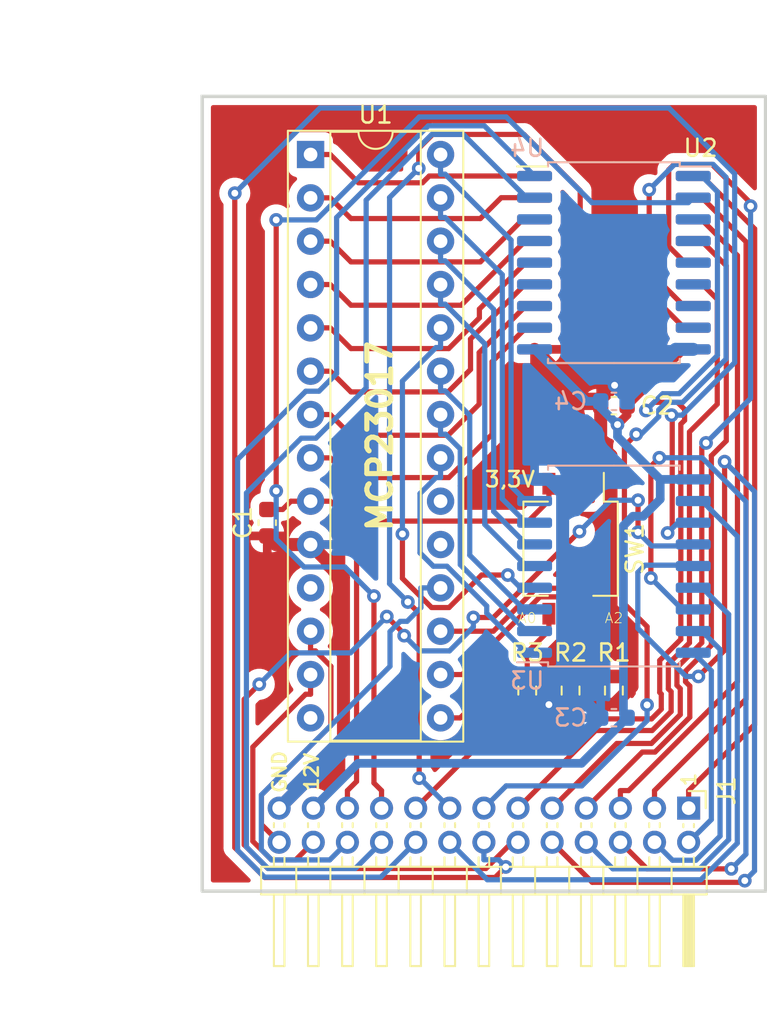
<source format=kicad_pcb>
(kicad_pcb (version 20211014) (generator pcbnew)
  (layers (0 "F.Cu" signal) (31 "B.Cu" signal) (34 "B.Paste" user) (35 "F.Paste" user) (36 "B.SilkS" user "B.Silkscreen") (37 "F.SilkS" user "F.Silkscreen") (38 "B.Mask" user) (39 "F.Mask" user) (44 "Edge.Cuts" user))
  (net 0 "")
  (net 1 "GND")
  (net 2 "+3V3")
  (net 3 "+12V")
  (net 4 "PK_01")
  (net 5 "PK_02")
  (net 6 "PK_03")
  (net 7 "PK_04")
  (net 8 "PK_05")
  (net 9 "PK_06")
  (net 10 "PK_07")
  (net 11 "PK_08")
  (net 12 "EN{slash}RESET")
  (net 13 "1_SDA")
  (net 14 "1_SCL")
  (net 15 "PK_16")
  (net 16 "PK_15")
  (net 17 "PK_14")
  (net 18 "PK_13")
  (net 19 "PK_12")
  (net 20 "PK_11")
  (net 21 "PK_10")
  (net 22 "PK_09")
  (net 23 "Net-(R1-Pad1)")
  (net 24 "Net-(R2-Pad1)")
  (net 25 "Net-(R3-Pad1)")
  (net 26 "Net-(U1-Pad1)")
  (net 27 "Net-(U1-Pad2)")
  (net 28 "Net-(U1-Pad3)")
  (net 29 "Net-(U1-Pad4)")
  (net 30 "Net-(U1-Pad5)")
  (net 31 "Net-(U1-Pad6)")
  (net 32 "Net-(U1-Pad7)")
  (net 33 "Net-(U1-Pad8)")
  (net 38 "Net-(U1-Pad21)")
  (net 39 "Net-(U1-Pad22)")
  (net 40 "Net-(U1-Pad23)")
  (net 41 "Net-(U1-Pad24)")
  (net 42 "Net-(U1-Pad25)")
  (net 43 "Net-(U1-Pad26)")
  (net 44 "Net-(U1-Pad27)")
  (net 45 "Net-(U1-Pad28)")
  (net 46 "PK_17")
  (net 47 "GPIO32")
  (net 48 "PK_18")
  (net 49 "GPIO33")
  (footprint "Resistor_SMD:R_0603_1608Metric" (layer "F.Cu") (at 124.46 119.0576 -90)
    (fp_text reference "R3")
    (fp_text value "10k")
  )
  (footprint "Connector_PinHeader_2.00mm:PinHeader_2x13_P2.00mm_Horizontal" (layer "F.Cu") (at 133.92 125.948 -90)
    (fp_text reference "J1")
    (fp_text value "Conn_02x13_Odd_Even")
  )
  (footprint "Button_Switch_SMD:SW_DIP_SPSTx03_Slide_KingTek_DSHP03TS_W7.62mm_P1.27mm" (layer "F.Cu") (at 127 110.744 -90)
    (fp_text reference "SW1")
    (fp_text value "SW_DIP_x03")
  )
  (footprint "Package_DIP:DIP-28_W7.62mm_Socket" (layer "F.Cu") (at 111.76 87.64)
    (fp_text reference "U1")
    (fp_text value "MCP23017_SP")
  )
  (footprint "Capacitor_SMD:C_0603_1608Metric" (layer "F.Cu") (at 109.22 109.22 90)
    (fp_text reference "C1")
    (fp_text value "100nF")
  )
  (footprint "Resistor_SMD:R_0603_1608Metric" (layer "F.Cu") (at 127 119.0576 -90)
    (fp_text reference "R2")
    (fp_text value "10k")
  )
  (footprint "Resistor_SMD:R_0603_1608Metric" (layer "F.Cu") (at 129.54 119.0576 -90)
    (fp_text reference "R1")
    (fp_text value "10k")
  )
  (footprint "Capacitor_SMD:C_0603_1608Metric" (layer "F.Cu") (at 129.54 102.362)
    (fp_text reference "C2")
    (fp_text value "100nF")
  )
  (footprint "Package_SO:SOIC-18W_7.5x11.6mm_P1.27mm" (layer "F.Cu") (at 129.54 93.98)
    (fp_text reference "U2")
    (fp_text value "ULN2803A")
  )
  (footprint "Capacitor_SMD:C_0603_1608Metric" (layer "B.Cu") (at 129.54 120.65)
    (fp_text reference "C3")
    (fp_text value "100nF")
  )
  (footprint "Capacitor_SMD:C_0603_1608Metric" (layer "B.Cu") (at 129.54 102.108 180)
    (fp_text reference "C4")
    (fp_text value "100nF")
  )
  (footprint "Package_SO:SOIC-18W_7.5x11.6mm_P1.27mm" (layer "B.Cu") (at 129.54 93.98 180)
    (fp_text reference "U4")
    (fp_text value "ULN2803A")
  )
  (footprint "Package_SO:SOIC-18W_7.5x11.6mm_P1.27mm" (layer "B.Cu") (at 129.54 111.76)
    (fp_text reference "U3")
    (fp_text value "ULN2803A")
  )
  (gr_rect (start 105.41 84.234904) (end 138.43 130.815392) (layer "Edge.Cuts") (width 0.2) (fill none))
  (gr_text "A2" (at 129.54 114.808) (layer "F.SilkS") (effects (font (size 0.6 0.6) (thickness 0.05))))
  (gr_text "3,3V" (at 123.444 106.68) (layer "F.SilkS") (effects (font (size 0.9 0.9))))
  (gr_text "GND" (at 109.942799 123.823264 90) (layer "F.SilkS") (effects (font (size 0.8 0.8))))
  (gr_text "1" (at 133.941065 124.272533 90) (layer "F.SilkS") (effects (font (size 0.8 0.8))))
  (gr_text "12V" (at 111.821599 123.823264 90) (layer "F.SilkS") (effects (font (size 0.8 0.8))))
  (gr_text "A0" (at 124.46 114.808) (layer "F.SilkS") (effects (font (size 0.6 0.6) (thickness 0.05))))
  (gr_text "MCP23017" (at 115.824 104.14 90) (layer "F.SilkS") (effects (font (size 1.4 1.4) (thickness 0.3))))
  (segment (start 113.6888 122.1792) (end 113.6888 112.4288) (width 0.762) (layer "F.Cu") (net 1))
  (segment (start 128.765 101.9805) (end 129.5801 101.1654) (width 0.762) (layer "F.Cu") (net 1))
  (segment (start 109.725 110.5) (end 111.76 110.5) (width 0.762) (layer "F.Cu") (net 1))
  (segment (start 129.3691 114.229) (end 130.5997 115.4596) (width 0.762) (layer "F.Cu") (net 1))
  (segment (start 113.6888 112.4288) (end 111.76 110.5) (width 0.762) (layer "F.Cu") (net 1))
  (segment (start 109.22 109.995) (end 109.725 110.5) (width 0.762) (layer "F.Cu") (net 1))
  (segment (start 128.765 104.6844) (end 129.3691 105.2885) (width 0.762) (layer "F.Cu") (net 1))
  (segment (start 129.3691 105.2885) (end 129.3691 114.229) (width 0.762) (layer "F.Cu") (net 1))
  (segment (start 125.73 119.8826) (end 124.46 119.8826) (width 0.762) (layer "F.Cu") (net 1))
  (segment (start 128.765 102.362) (end 128.765 104.6844) (width 0.762) (layer "F.Cu") (net 1))
  (segment (start 109.92 125.948) (end 113.6888 122.1792) (width 0.762) (layer "F.Cu") (net 1))
  (segment (start 125.73 119.8826) (end 127 119.8826) (width 0.762) (layer "F.Cu") (net 1))
  (segment (start 127 119.8826) (end 129.54 119.8826) (width 0.762) (layer "F.Cu") (net 1))
  (segment (start 128.765 101.9805) (end 127.8105 101.9805) (width 0.762) (layer "F.Cu") (net 1))
  (segment (start 130.5997 118.8229) (end 129.54 119.8826) (width 0.762) (layer "F.Cu") (net 1))
  (segment (start 128.765 102.362) (end 128.765 101.9805) (width 0.762) (layer "F.Cu") (net 1))
  (segment (start 127.8105 101.9805) (end 124.89 99.06) (width 0.762) (layer "F.Cu") (net 1))
  (segment (start 130.5997 115.4596) (end 130.5997 118.8229) (width 0.762) (layer "F.Cu") (net 1))
  (via (at 129.5801 101.1654) (size 0.8) (drill 0.4) (layers "F.Cu" "B.Cu") (net 1))
  (via (at 125.73 119.8826) (size 0.8) (drill 0.4) (layers "F.Cu" "B.Cu") (net 1))
  (segment (start 130.315 102.108) (end 130.315 101.9003) (width 0.762) (layer "B.Cu") (net 1))
  (segment (start 125.9198 119.6928) (end 125.73 119.8826) (width 0.762) (layer "B.Cu") (net 1))
  (segment (start 126.5351 107.4786) (end 125.7365 106.68) (width 0.762) (layer "B.Cu") (net 1))
  (segment (start 109.92 125.948) (end 113.3812 122.4868) (width 0.762) (layer "B.Cu") (net 1))
  (segment (start 127.8078 119.6928) (end 126.5351 119.6928) (width 0.762) (layer "B.Cu") (net 1))
  (segment (start 126.5351 119.6928) (end 125.9198 119.6928) (width 0.762) (layer "B.Cu") (net 1))
  (segment (start 125.7365 106.68) (end 124.89 106.68) (width 0.762) (layer "B.Cu") (net 1))
  (segment (start 126.5351 119.6928) (end 126.5351 107.4786) (width 0.762) (layer "B.Cu") (net 1))
  (segment (start 130.315 101.9003) (end 129.5801 101.1654) (width 0.762) (layer "B.Cu") (net 1))
  (segment (start 113.3812 122.4868) (end 126.9282 122.4868) (width 0.762) (layer "B.Cu") (net 1))
  (segment (start 130.315 101.9003) (end 133.1553 99.06) (width 0.762) (layer "B.Cu") (net 1))
  (segment (start 128.765 120.65) (end 127.8078 119.6928) (width 0.762) (layer "B.Cu") (net 1))
  (segment (start 126.9282 122.4868) (end 128.765 120.65) (width 0.762) (layer "B.Cu") (net 1))
  (segment (start 133.1553 99.06) (end 134.19 99.06) (width 0.762) (layer "B.Cu") (net 1))
  (segment (start 111.76 107.96) (end 112.9127 107.96) (width 0.3048) (layer "F.Cu") (net 2))
  (segment (start 113.92 124.9203) (end 114.457 124.3833) (width 0.3048) (layer "F.Cu") (net 2))
  (segment (start 109.22 108.445) (end 110.1223 108.445) (width 0.3048) (layer "F.Cu") (net 2))
  (segment (start 113.92 125.948) (end 113.92 124.9203) (width 0.3048) (layer "F.Cu") (net 2))
  (segment (start 125.73 106.934) (end 125.73 107.4278) (width 0.3048) (layer "F.Cu") (net 2))
  (segment (start 128.27 107.9217) (end 127 107.9217) (width 0.3048) (layer "F.Cu") (net 2))
  (segment (start 114.457 124.3833) (end 114.457 109.1255) (width 0.3048) (layer "F.Cu") (net 2))
  (segment (start 127 107.4278) (end 127 107.9217) (width 0.3048) (layer "F.Cu") (net 2))
  (segment (start 127 106.934) (end 127 107.4278) (width 0.3048) (layer "F.Cu") (net 2))
  (segment (start 125.73 107.4278) (end 125.73 107.9217) (width 0.3048) (layer "F.Cu") (net 2))
  (segment (start 110.1223 108.445) (end 110.6073 107.96) (width 0.3048) (layer "F.Cu") (net 2))
  (segment (start 128.27 106.934) (end 128.27 107.9217) (width 0.3048) (layer "F.Cu") (net 2))
  (segment (start 114.0782 109.1255) (end 114.457 109.1255) (width 0.3048) (layer "F.Cu") (net 2))
  (segment (start 124.5262 109.1255) (end 125.73 107.9217) (width 0.3048) (layer "F.Cu") (net 2))
  (segment (start 114.457 109.1255) (end 124.5262 109.1255) (width 0.3048) (layer "F.Cu") (net 2))
  (segment (start 112.9127 107.96) (end 114.0782 109.1255) (width 0.3048) (layer "F.Cu") (net 2))
  (segment (start 127 107.4278) (end 125.73 107.4278) (width 0.3048) (layer "F.Cu") (net 2))
  (segment (start 111.76 107.96) (end 110.6073 107.96) (width 0.3048) (layer "F.Cu") (net 2))
  (segment (start 130.315 102.362) (end 133.617 99.06) (width 0.508) (layer "F.Cu") (net 3))
  (segment (start 133.617 99.06) (end 134.19 99.06) (width 0.508) (layer "F.Cu") (net 3))
  (segment (start 129.7502 103.4682) (end 130.315 102.9034) (width 0.508) (layer "F.Cu") (net 3))
  (segment (start 130.315 102.9034) (end 130.315 102.362) (width 0.508) (layer "F.Cu") (net 3))
  (via (at 129.7502 103.4682) (size 0.8) (drill 0.4) (layers "F.Cu" "B.Cu") (net 3))
  (segment (start 132.2548 106.68) (end 132.2548 107.8433) (width 0.508) (layer "B.Cu") (net 3))
  (segment (start 114.5458 123.3222) (end 127.6428 123.3222) (width 0.508) (layer "B.Cu") (net 3))
  (segment (start 132.2548 106.68) (end 129.7502 104.1754) (width 0.508) (layer "B.Cu") (net 3))
  (segment (start 128.765 102.483) (end 129.7502 103.4682) (width 0.508) (layer "B.Cu") (net 3))
  (segment (start 124.89 99.06) (end 127.938 102.108) (width 0.508) (layer "B.Cu") (net 3))
  (segment (start 111.92 125.948) (end 114.5458 123.3222) (width 0.508) (layer "B.Cu") (net 3))
  (segment (start 128.765 102.108) (end 128.765 102.483) (width 0.508) (layer "B.Cu") (net 3))
  (segment (start 134.19 106.68) (end 132.2548 106.68) (width 0.508) (layer "B.Cu") (net 3))
  (segment (start 129.7502 104.1754) (end 129.7502 103.4682) (width 0.508) (layer "B.Cu") (net 3))
  (segment (start 131.2567 108.8414) (end 130.6519 108.8414) (width 0.508) (layer "B.Cu") (net 3))
  (segment (start 127.938 102.108) (end 128.765 102.108) (width 0.508) (layer "B.Cu") (net 3))
  (segment (start 127.6428 123.3222) (end 130.315 120.65) (width 0.508) (layer "B.Cu") (net 3))
  (segment (start 130.6519 108.8414) (end 130.0997 109.3936) (width 0.508) (layer "B.Cu") (net 3))
  (segment (start 130.0997 120.4347) (end 130.315 120.65) (width 0.508) (layer "B.Cu") (net 3))
  (segment (start 132.2548 107.8433) (end 131.2567 108.8414) (width 0.508) (layer "B.Cu") (net 3))
  (segment (start 130.0997 109.3936) (end 130.0997 120.4347) (width 0.508) (layer "B.Cu") (net 3))
  (segment (start 137.7918 91.9981) (end 134.6937 88.9) (width 0.3048) (layer "F.Cu") (net 4))
  (segment (start 134.6937 88.9) (end 134.19 88.9) (width 0.3048) (layer "F.Cu") (net 4))
  (segment (start 137.7918 121.0485) (end 137.7918 91.9981) (width 0.3048) (layer "F.Cu") (net 4))
  (segment (start 133.92 124.9203) (end 137.7918 121.0485) (width 0.3048) (layer "F.Cu") (net 4))
  (segment (start 133.92 125.948) (end 133.92 124.9203) (width 0.3048) (layer "F.Cu") (net 4))
  (segment (start 131.92 125.948) (end 131.92 124.9203) (width 0.3048) (layer "F.Cu") (net 5))
  (segment (start 134.6979 90.17) (end 134.19 90.17) (width 0.3048) (layer "F.Cu") (net 5))
  (segment (start 137.2867 119.5536) (end 137.2867 92.7588) (width 0.3048) (layer "F.Cu") (net 5))
  (segment (start 131.92 124.9203) (end 137.2867 119.5536) (width 0.3048) (layer "F.Cu") (net 5))
  (segment (start 137.2867 92.7588) (end 134.6979 90.17) (width 0.3048) (layer "F.Cu") (net 5))
  (segment (start 136.7816 93.5578) (end 134.6638 91.44) (width 0.3048) (layer "F.Cu") (net 6))
  (segment (start 129.92 124.9203) (end 130.4048 124.9203) (width 0.3048) (layer "F.Cu") (net 6))
  (segment (start 134.6638 91.44) (end 134.19 91.44) (width 0.3048) (layer "F.Cu") (net 6))
  (segment (start 130.4048 124.9203) (end 136.7816 118.5435) (width 0.3048) (layer "F.Cu") (net 6))
  (segment (start 129.92 125.948) (end 129.92 124.9203) (width 0.3048) (layer "F.Cu") (net 6))
  (segment (start 136.7816 118.5435) (end 136.7816 93.5578) (width 0.3048) (layer "F.Cu") (net 6))
  (segment (start 131.2056 122.6624) (end 127.92 125.948) (width 0.3048) (layer "F.Cu") (net 7))
  (segment (start 133.7404 118.5422) (end 133.9897 118.7915) (width 0.3048) (layer "F.Cu") (net 7))
  (segment (start 134.6756 92.71) (end 136.1268 94.1612) (width 0.3048) (layer "F.Cu") (net 7))
  (segment (start 135.2517 105.2973) (end 135.2517 116.4075) (width 0.3048) (layer "F.Cu") (net 7))
  (segment (start 135.2517 116.4075) (end 133.7404 117.9188) (width 0.3048) (layer "F.Cu") (net 7))
  (segment (start 131.9484 122.6624) (end 131.2056 122.6624) (width 0.3048) (layer "F.Cu") (net 7))
  (segment (start 135.2518 105.2973) (end 135.2517 105.2973) (width 0.3048) (layer "F.Cu") (net 7))
  (segment (start 133.9897 120.6211) (end 131.9484 122.6624) (width 0.3048) (layer "F.Cu") (net 7))
  (segment (start 134.19 92.71) (end 134.6756 92.71) (width 0.3048) (layer "F.Cu") (net 7))
  (segment (start 136.1268 94.1612) (end 136.1268 104.4223) (width 0.3048) (layer "F.Cu") (net 7))
  (segment (start 133.7404 117.9188) (end 133.7404 118.5422) (width 0.3048) (layer "F.Cu") (net 7))
  (segment (start 133.9897 118.7915) (end 133.9897 120.6211) (width 0.3048) (layer "F.Cu") (net 7))
  (segment (start 136.1268 104.4223) (end 135.2518 105.2973) (width 0.3048) (layer "F.Cu") (net 7))
  (segment (start 133.4299 118.946) (end 133.4299 120.4666) (width 0.3048) (layer "F.Cu") (net 8))
  (segment (start 129.7107 122.1573) (end 125.92 125.948) (width 0.3048) (layer "F.Cu") (net 8))
  (segment (start 133.0676 88.2151) (end 135.2829 88.2151) (width 0.3048) (layer "F.Cu") (net 8))
  (segment (start 134.6923 104.7923) (end 134.6923 116.2526) (width 0.3048) (layer "F.Cu") (net 8))
  (segment (start 134.19 93.98) (end 133.7069 93.98) (width 0.3048) (layer "F.Cu") (net 8))
  (segment (start 132.7532 93.0263) (end 132.7532 88.5295) (width 0.3048) (layer "F.Cu") (net 8))
  (segment (start 134.6923 116.2526) (end 133.2353 117.7096) (width 0.3048) (layer "F.Cu") (net 8))
  (segment (start 133.2353 118.7514) (end 133.4299 118.946) (width 0.3048) (layer "F.Cu") (net 8))
  (segment (start 133.7069 93.98) (end 132.7532 93.0263) (width 0.3048) (layer "F.Cu") (net 8))
  (segment (start 132.7532 88.5295) (end 133.0676 88.2151) (width 0.3048) (layer "F.Cu") (net 8))
  (segment (start 131.7392 122.1573) (end 129.7107 122.1573) (width 0.3048) (layer "F.Cu") (net 8))
  (segment (start 133.4299 120.4666) (end 131.7392 122.1573) (width 0.3048) (layer "F.Cu") (net 8))
  (segment (start 134.94 104.5446) (end 134.6923 104.7923) (width 0.3048) (layer "F.Cu") (net 8))
  (segment (start 135.2829 88.2151) (end 137.5501 90.4823) (width 0.3048) (layer "F.Cu") (net 8))
  (segment (start 137.5501 90.4823) (end 137.5501 90.666) (width 0.3048) (layer "F.Cu") (net 8))
  (segment (start 133.2353 117.7096) (end 133.2353 118.7514) (width 0.3048) (layer "F.Cu") (net 8))
  (via (at 134.94 104.5446) (size 0.8) (drill 0.4) (layers "F.Cu" "B.Cu") (net 8))
  (via (at 137.5501 90.666) (size 0.8) (drill 0.4) (layers "F.Cu" "B.Cu") (net 8))
  (segment (start 137.5501 101.9345) (end 134.94 104.5446) (width 0.3048) (layer "B.Cu") (net 8))
  (segment (start 137.5501 90.666) (end 137.5501 101.9345) (width 0.3048) (layer "B.Cu") (net 8))
  (segment (start 133.9679 103.9005) (end 133.9679 116.2627) (width 0.3048) (layer "F.Cu") (net 9))
  (segment (start 134.19 95.25) (end 134.7258 95.25) (width 0.3048) (layer "F.Cu") (net 9))
  (segment (start 135.5974 96.1216) (end 135.5974 102.271) (width 0.3048) (layer "F.Cu") (net 9))
  (segment (start 132.8943 120.2879) (end 131.7825 121.3997) (width 0.3048) (layer "F.Cu") (net 9))
  (segment (start 135.5974 102.271) (end 133.9679 103.9005) (width 0.3048) (layer "F.Cu") (net 9))
  (segment (start 132.7302 117.5004) (end 132.7302 118.9606) (width 0.3048) (layer "F.Cu") (net 9))
  (segment (start 134.7258 95.25) (end 135.5974 96.1216) (width 0.3048) (layer "F.Cu") (net 9))
  (segment (start 132.8943 119.1247) (end 132.8943 120.2879) (width 0.3048) (layer "F.Cu") (net 9))
  (segment (start 128.4683 121.3997) (end 123.92 125.948) (width 0.3048) (layer "F.Cu") (net 9))
  (segment (start 131.7825 121.3997) (end 128.4683 121.3997) (width 0.3048) (layer "F.Cu") (net 9))
  (segment (start 133.9679 116.2627) (end 132.7302 117.5004) (width 0.3048) (layer "F.Cu") (net 9))
  (segment (start 132.7302 118.9606) (end 132.8943 119.1247) (width 0.3048) (layer "F.Cu") (net 9))
  (segment (start 131.4838 115.3061) (end 130.1554 113.9777) (width 0.3048) (layer "F.Cu") (net 10))
  (segment (start 130.1554 104.7312) (end 130.8488 104.0378) (width 0.3048) (layer "F.Cu") (net 10))
  (segment (start 131.6077 94.4855) (end 131.6077 89.7034) (width 0.3048) (layer "F.Cu") (net 10))
  (segment (start 131.4838 119.9002) (end 131.4838 115.3061) (width 0.3048) (layer "F.Cu") (net 10))
  (segment (start 134.19 96.52) (end 133.6422 96.52) (width 0.3048) (layer "F.Cu") (net 10))
  (segment (start 130.1554 113.9777) (end 130.1554 104.7312) (width 0.3048) (layer "F.Cu") (net 10))
  (segment (start 133.6422 96.52) (end 131.6077 94.4855) (width 0.3048) (layer "F.Cu") (net 10))
  (via (at 131.4838 119.9002) (size 0.8) (drill 0.4) (layers "F.Cu" "B.Cu") (net 10))
  (via (at 130.8488 104.0378) (size 0.8) (drill 0.4) (layers "F.Cu" "B.Cu") (net 10))
  (via (at 131.6077 89.7034) (size 0.8) (drill 0.4) (layers "F.Cu" "B.Cu") (net 10))
  (segment (start 127.6597 124.6452) (end 131.4838 120.8211) (width 0.3048) (layer "B.Cu") (net 10))
  (segment (start 131.6077 89.7034) (end 133.0944 88.2167) (width 0.3048) (layer "B.Cu") (net 10))
  (segment (start 132.6091 102.1636) (end 132.1681 102.6046) (width 0.3048) (layer "B.Cu") (net 10))
  (segment (start 136.1133 88.9757) (end 136.1133 99.6245) (width 0.3048) (layer "B.Cu") (net 10))
  (segment (start 133.5742 102.1636) (end 132.6091 102.1636) (width 0.3048) (layer "B.Cu") (net 10))
  (segment (start 132.1681 103.0021) (end 131.1324 104.0378) (width 0.3048) (layer "B.Cu") (net 10))
  (segment (start 133.0944 88.2167) (end 135.3543 88.2167) (width 0.3048) (layer "B.Cu") (net 10))
  (segment (start 131.1324 104.0378) (end 130.8488 104.0378) (width 0.3048) (layer "B.Cu") (net 10))
  (segment (start 123.2228 124.6452) (end 127.6597 124.6452) (width 0.3048) (layer "B.Cu") (net 10))
  (segment (start 135.3543 88.2167) (end 136.1133 88.9757) (width 0.3048) (layer "B.Cu") (net 10))
  (segment (start 121.92 125.948) (end 123.2228 124.6452) (width 0.3048) (layer "B.Cu") (net 10))
  (segment (start 136.1133 99.6245) (end 133.5742 102.1636) (width 0.3048) (layer "B.Cu") (net 10))
  (segment (start 132.1681 102.6046) (end 132.1681 103.0021) (width 0.3048) (layer "B.Cu") (net 10))
  (segment (start 131.4838 120.8211) (end 131.4838 119.9002) (width 0.3048) (layer "B.Cu") (net 10))
  (segment (start 124.2696 86.4621) (end 118.9177 86.4621) (width 0.3048) (layer "F.Cu") (net 11))
  (segment (start 127.5635 91.7036) (end 127.5635 89.756) (width 0.3048) (layer "F.Cu") (net 11))
  (segment (start 133.6499 97.79) (end 127.5635 91.7036) (width 0.3048) (layer "F.Cu") (net 11))
  (segment (start 118.1006 87.2792) (end 118.1006 88.4502) (width 0.3048) (layer "F.Cu") (net 11))
  (segment (start 118.9177 86.4621) (end 118.1006 87.2792) (width 0.3048) (layer "F.Cu") (net 11))
  (segment (start 127.5635 89.756) (end 124.2696 86.4621) (width 0.3048) (layer "F.Cu") (net 11))
  (segment (start 118.1253 114.5308) (end 118.1253 124.1938) (width 0.3048) (layer "F.Cu") (net 11))
  (segment (start 117.4625 113.868) (end 118.1253 114.5308) (width 0.3048) (layer "F.Cu") (net 11))
  (segment (start 134.19 97.79) (end 133.6499 97.79) (width 0.3048) (layer "F.Cu") (net 11))
  (via (at 118.1253 124.1938) (size 0.8) (drill 0.4) (layers "F.Cu" "B.Cu") (net 11))
  (via (at 117.4625 113.868) (size 0.8) (drill 0.4) (layers "F.Cu" "B.Cu") (net 11))
  (via (at 118.1006 88.4502) (size 0.8) (drill 0.4) (layers "F.Cu" "B.Cu") (net 11))
  (segment (start 118.1658 124.1938) (end 118.1253 124.1938) (width 0.3048) (layer "B.Cu") (net 11))
  (segment (start 119.92 125.948) (end 118.1658 124.1938) (width 0.3048) (layer "B.Cu") (net 11))
  (segment (start 116.3907 112.7962) (end 116.3907 90.1601) (width 0.3048) (layer "B.Cu") (net 11))
  (segment (start 117.4625 113.868) (end 116.3907 112.7962) (width 0.3048) (layer "B.Cu") (net 11))
  (segment (start 116.3907 90.1601) (end 118.1006 88.4502) (width 0.3048) (layer "B.Cu") (net 11))
  (segment (start 108.874 128.3815) (end 109.4771 128.9846) (width 0.3048) (layer "B.Cu") (net 12))
  (segment (start 119.38 113.04) (end 118.2273 113.04) (width 0.3048) (layer "B.Cu") (net 12))
  (segment (start 117.0161 115.0002) (end 116.4164 115.5999) (width 0.3048) (layer "B.Cu") (net 12))
  (segment (start 112.8834 128.9846) (end 113.92 127.948) (width 0.3048) (layer "B.Cu") (net 12))
  (segment (start 118.2273 114.1927) (end 117.4198 115.0002) (width 0.3048) (layer "B.Cu") (net 12))
  (segment (start 118.2273 113.04) (end 118.2273 114.1927) (width 0.3048) (layer "B.Cu") (net 12))
  (segment (start 116.4164 115.5999) (end 116.4164 117.6377) (width 0.3048) (layer "B.Cu") (net 12))
  (segment (start 108.874 125.1801) (end 108.874 128.3815) (width 0.3048) (layer "B.Cu") (net 12))
  (segment (start 117.4198 115.0002) (end 117.0161 115.0002) (width 0.3048) (layer "B.Cu") (net 12))
  (segment (start 109.4771 128.9846) (end 112.8834 128.9846) (width 0.3048) (layer "B.Cu") (net 12))
  (segment (start 116.4164 117.6377) (end 108.874 125.1801) (width 0.3048) (layer "B.Cu") (net 12))
  (segment (start 108.376 127.8902) (end 108.376 122.3685) (width 0.3048) (layer "F.Cu") (net 13))
  (segment (start 111.4718 119.2727) (end 111.76 119.2727) (width 0.3048) (layer "F.Cu") (net 13))
  (segment (start 108.376 122.3685) (end 111.4718 119.2727) (width 0.3048) (layer "F.Cu") (net 13))
  (segment (start 111.92 127.948) (end 110.8867 128.9813) (width 0.3048) (layer "F.Cu") (net 13))
  (segment (start 111.76 118.12) (end 111.76 119.2727) (width 0.3048) (layer "F.Cu") (net 13))
  (segment (start 110.8867 128.9813) (end 109.4671 128.9813) (width 0.3048) (layer "F.Cu") (net 13))
  (segment (start 109.4671 128.9813) (end 108.376 127.8902) (width 0.3048) (layer "F.Cu") (net 13))
  (segment (start 111.76 116.7327) (end 112.0482 116.7327) (width 0.3048) (layer "F.Cu") (net 14))
  (segment (start 112.955 121.1025) (end 108.8811 125.1764) (width 0.3048) (layer "F.Cu") (net 14))
  (segment (start 108.8811 126.9091) (end 109.92 127.948) (width 0.3048) (layer "F.Cu") (net 14))
  (segment (start 108.8811 125.1764) (end 108.8811 126.9091) (width 0.3048) (layer "F.Cu") (net 14))
  (segment (start 112.0482 116.7327) (end 112.955 117.6395) (width 0.3048) (layer "F.Cu") (net 14))
  (segment (start 111.76 115.58) (end 111.76 116.7327) (width 0.3048) (layer "F.Cu") (net 14))
  (segment (start 112.955 117.6395) (end 112.955 121.1025) (width 0.3048) (layer "F.Cu") (net 14))
  (segment (start 136.7724 128.0066) (end 136.7724 110.0155) (width 0.3048) (layer "B.Cu") (net 15))
  (segment (start 136.7724 110.0155) (end 134.7069 107.95) (width 0.3048) (layer "B.Cu") (net 15))
  (segment (start 122.1204 130.1484) (end 134.6306 130.1484) (width 0.3048) (layer "B.Cu") (net 15))
  (segment (start 134.7069 107.95) (end 134.19 107.95) (width 0.3048) (layer "B.Cu") (net 15))
  (segment (start 134.6306 130.1484) (end 136.7724 128.0066) (width 0.3048) (layer "B.Cu") (net 15))
  (segment (start 119.92 127.948) (end 122.1204 130.1484) (width 0.3048) (layer "B.Cu") (net 15))
  (segment (start 132.9208 102.9163) (end 132.9577 102.9532) (width 0.3048) (layer "F.Cu") (net 16))
  (segment (start 107.3182 128.2616) (end 107.3182 89.9067) (width 0.3048) (layer "F.Cu") (net 16))
  (segment (start 109.0707 130.0141) (end 107.3182 128.2616) (width 0.3048) (layer "F.Cu") (net 16))
  (segment (start 132.9577 109.5537) (end 132.6897 109.8217) (width 0.3048) (layer "F.Cu") (net 16))
  (segment (start 122.578 130.0141) (end 109.0707 130.0141) (width 0.3048) (layer "F.Cu") (net 16))
  (segment (start 123.1979 129.3942) (end 122.578 130.0141) (width 0.3048) (layer "F.Cu") (net 16))
  (segment (start 132.9577 102.9532) (end 132.9577 109.5537) (width 0.3048) (layer "F.Cu") (net 16))
  (via (at 107.3182 89.9067) (size 0.8) (drill 0.4) (layers "F.Cu" "B.Cu") (net 16))
  (via (at 132.6897 109.8217) (size 0.8) (drill 0.4) (layers "F.Cu" "B.Cu") (net 16))
  (via (at 132.9208 102.9163) (size 0.8) (drill 0.4) (layers "F.Cu" "B.Cu") (net 16))
  (via (at 123.1979 129.3942) (size 0.8) (drill 0.4) (layers "F.Cu" "B.Cu") (net 16))
  (segment (start 136.6184 88.7665) (end 136.6184 99.8353) (width 0.3048) (layer "B.Cu") (net 16))
  (segment (start 121.92 128.9757) (end 122.7794 128.9757) (width 0.3048) (layer "B.Cu") (net 16))
  (segment (start 122.7794 128.9757) (end 123.1979 129.3942) (width 0.3048) (layer "B.Cu") (net 16))
  (segment (start 134.19 109.22) (end 133.2914 109.22) (width 0.3048) (layer "B.Cu") (net 16))
  (segment (start 136.6184 99.8353) (end 133.5374 102.9163) (width 0.3048) (layer "B.Cu") (net 16))
  (segment (start 133.2914 109.22) (end 132.6897 109.8217) (width 0.3048) (layer "B.Cu") (net 16))
  (segment (start 112.3091 84.9158) (end 132.7677 84.9158) (width 0.3048) (layer "B.Cu") (net 16))
  (segment (start 107.3182 89.9067) (end 112.3091 84.9158) (width 0.3048) (layer "B.Cu") (net 16))
  (segment (start 133.5374 102.9163) (end 132.9208 102.9163) (width 0.3048) (layer "B.Cu") (net 16))
  (segment (start 121.92 127.948) (end 121.92 128.9757) (width 0.3048) (layer "B.Cu") (net 16))
  (segment (start 132.7677 84.9158) (end 136.6184 88.7665) (width 0.3048) (layer "B.Cu") (net 16))
  (segment (start 123.92 127.948) (end 123.5797 127.948) (width 0.3048) (layer "F.Cu") (net 17))
  (segment (start 123.5797 127.948) (end 122.0412 129.4865) (width 0.3048) (layer "F.Cu") (net 17))
  (segment (start 107.8666 119.5742) (end 108.7526 118.6882) (width 0.3048) (layer "F.Cu") (net 17))
  (segment (start 130.9544 107.9029) (end 130.9544 109.78) (width 0.3048) (layer "F.Cu") (net 17))
  (segment (start 109.2578 129.4865) (end 107.8666 128.0953) (width 0.3048) (layer "F.Cu") (net 17))
  (segment (start 122.483 114.7741) (end 121.3009 114.7741) (width 0.3048) (layer "F.Cu") (net 17))
  (segment (start 116.228 114.7196) (end 117.2452 115.7368) (width 0.3048) (layer "F.Cu") (net 17))
  (segment (start 122.0412 129.4865) (end 109.2578 129.4865) (width 0.3048) (layer "F.Cu") (net 17))
  (segment (start 107.8666 128.0953) (end 107.8666 119.5742) (width 0.3048) (layer "F.Cu") (net 17))
  (segment (start 117.2452 115.7368) (end 117.2452 115.8396) (width 0.3048) (layer "F.Cu") (net 17))
  (segment (start 127.52 109.7371) (end 122.483 114.7741) (width 0.3048) (layer "F.Cu") (net 17))
  (via (at 121.3009 114.7741) (size 0.8) (drill 0.4) (layers "F.Cu" "B.Cu") (net 17))
  (via (at 130.9544 109.78) (size 0.8) (drill 0.4) (layers "F.Cu" "B.Cu") (net 17))
  (via (at 116.228 114.7196) (size 0.8) (drill 0.4) (layers "F.Cu" "B.Cu") (net 17))
  (via (at 130.9544 107.9029) (size 0.8) (drill 0.4) (layers "F.Cu" "B.Cu") (net 17))
  (via (at 108.7526 118.6882) (size 0.8) (drill 0.4) (layers "F.Cu" "B.Cu") (net 17))
  (via (at 117.2452 115.8396) (size 0.8) (drill 0.4) (layers "F.Cu" "B.Cu") (net 17))
  (via (at 127.52 109.7371) (size 0.8) (drill 0.4) (layers "F.Cu" "B.Cu") (net 17))
  (segment (start 134.19 110.49) (end 134.099 110.581) (width 0.3048) (layer "B.Cu") (net 17))
  (segment (start 121.3009 115.3352) (end 121.3009 114.7741) (width 0.3048) (layer "B.Cu") (net 17))
  (segment (start 129.3542 107.9029) (end 130.9544 107.9029) (width 0.3048) (layer "B.Cu") (net 17))
  (segment (start 134.099 110.581) (end 131.7554 110.581) (width 0.3048) (layer "B.Cu") (net 17))
  (segment (start 116.228 114.7196) (end 114.0976 116.85) (width 0.3048) (layer "B.Cu") (net 17))
  (segment (start 131.7554 110.581) (end 130.9544 109.78) (width 0.3048) (layer "B.Cu") (net 17))
  (segment (start 118.1384 116.7328) (end 119.9033 116.7328) (width 0.3048) (layer "B.Cu") (net 17))
  (segment (start 114.0976 116.85) (end 110.5908 116.85) (width 0.3048) (layer "B.Cu") (net 17))
  (segment (start 110.5908 116.85) (end 108.7526 118.6882) (width 0.3048) (layer "B.Cu") (net 17))
  (segment (start 117.2452 115.8396) (end 118.1384 116.7328) (width 0.3048) (layer "B.Cu") (net 17))
  (segment (start 127.52 109.7371) (end 129.3542 107.9029) (width 0.3048) (layer "B.Cu") (net 17))
  (segment (start 119.9033 116.7328) (end 121.3009 115.3352) (width 0.3048) (layer "B.Cu") (net 17))
  (segment (start 125.92 127.948) (end 128.2708 130.2988) (width 0.3048) (layer "F.Cu") (net 18))
  (segment (start 136.0289 116.6947) (end 134.4931 118.2305) (width 0.3048) (layer "F.Cu") (net 18))
  (segment (start 128.2708 130.2988) (end 137.1123 130.2988) (width 0.3048) (layer "F.Cu") (net 18))
  (segment (start 136.0289 105.6408) (end 136.0289 116.6947) (width 0.3048) (layer "F.Cu") (net 18))
  (segment (start 137.1123 130.2988) (end 137.2111 130.2) (width 0.3048) (layer "F.Cu") (net 18))
  (via (at 136.0289 105.6408) (size 0.8) (drill 0.4) (layers "F.Cu" "B.Cu") (net 18))
  (via (at 137.2111 130.2) (size 0.8) (drill 0.4) (layers "F.Cu" "B.Cu") (net 18))
  (via (at 134.4931 118.2305) (size 0.8) (drill 0.4) (layers "F.Cu" "B.Cu") (net 18))
  (segment (start 130.942 115.4072) (end 133.7653 118.2305) (width 0.3048) (layer "B.Cu") (net 18))
  (segment (start 130.942 112.135) (end 130.942 115.4072) (width 0.3048) (layer "B.Cu") (net 18))
  (segment (start 133.7653 118.2305) (end 134.4931 118.2305) (width 0.3048) (layer "B.Cu") (net 18))
  (segment (start 137.7826 107.3945) (end 136.0289 105.6408) (width 0.3048) (layer "B.Cu") (net 18))
  (segment (start 137.7826 129.6285) (end 137.7826 107.3945) (width 0.3048) (layer "B.Cu") (net 18))
  (segment (start 131.3679 111.7091) (end 130.942 112.135) (width 0.3048) (layer "B.Cu") (net 18))
  (segment (start 137.2111 130.2) (end 137.7826 129.6285) (width 0.3048) (layer "B.Cu") (net 18))
  (segment (start 134.1391 111.7091) (end 131.3679 111.7091) (width 0.3048) (layer "B.Cu") (net 18))
  (segment (start 134.19 111.76) (end 134.1391 111.7091) (width 0.3048) (layer "B.Cu") (net 18))
  (segment (start 134.707 113.03) (end 134.19 113.03) (width 0.3048) (layer "B.Cu") (net 19))
  (segment (start 136.2673 114.5903) (end 134.707 113.03) (width 0.3048) (layer "B.Cu") (net 19))
  (segment (start 127.92 127.948) (end 129.4792 129.5072) (width 0.3048) (layer "B.Cu") (net 19))
  (segment (start 129.4792 129.5072) (end 134.5575 129.5072) (width 0.3048) (layer "B.Cu") (net 19))
  (segment (start 136.2673 127.7974) (end 136.2673 114.5903) (width 0.3048) (layer "B.Cu") (net 19))
  (segment (start 134.5575 129.5072) (end 136.2673 127.7974) (width 0.3048) (layer "B.Cu") (net 19))
  (segment (start 136.4203 129.5089) (end 131.4809 129.5089) (width 0.3048) (layer "F.Cu") (net 20))
  (segment (start 131.4809 129.5089) (end 129.92 127.948) (width 0.3048) (layer "F.Cu") (net 20))
  (segment (start 131.7071 105.9108) (end 132.2049 105.413) (width 0.3048) (layer "F.Cu") (net 20))
  (segment (start 131.7071 112.4619) (end 131.7071 105.9108) (width 0.3048) (layer "F.Cu") (net 20))
  (via (at 136.4203 129.5089) (size 0.8) (drill 0.4) (layers "F.Cu" "B.Cu") (net 20))
  (via (at 132.2049 105.413) (size 0.8) (drill 0.4) (layers "F.Cu" "B.Cu") (net 20))
  (via (at 131.7071 112.4619) (size 0.8) (drill 0.4) (layers "F.Cu" "B.Cu") (net 20))
  (segment (start 137.2775 107.9784) (end 134.7121 105.413) (width 0.3048) (layer "B.Cu") (net 20))
  (segment (start 137.2775 128.6517) (end 137.2775 107.9784) (width 0.3048) (layer "B.Cu") (net 20))
  (segment (start 136.4203 129.5089) (end 137.2775 128.6517) (width 0.3048) (layer "B.Cu") (net 20))
  (segment (start 134.7121 105.413) (end 132.2049 105.413) (width 0.3048) (layer "B.Cu") (net 20))
  (segment (start 133.5452 114.3) (end 131.7071 112.4619) (width 0.3048) (layer "B.Cu") (net 20))
  (segment (start 134.19 114.3) (end 133.5452 114.3) (width 0.3048) (layer "B.Cu") (net 20))
  (segment (start 134.19 115.57) (end 134.6854 115.57) (width 0.3048) (layer "B.Cu") (net 21))
  (segment (start 135.7622 116.6468) (end 135.7622 127.5882) (width 0.3048) (layer "B.Cu") (net 21))
  (segment (start 134.6854 115.57) (end 135.7622 116.6468) (width 0.3048) (layer "B.Cu") (net 21))
  (segment (start 132.9741 129.0021) (end 131.92 127.948) (width 0.3048) (layer "B.Cu") (net 21))
  (segment (start 134.3483 129.0021) (end 132.9741 129.0021) (width 0.3048) (layer "B.Cu") (net 21))
  (segment (start 135.7622 127.5882) (end 134.3483 129.0021) (width 0.3048) (layer "B.Cu") (net 21))
  (segment (start 135.2515 117.9015) (end 135.2515 126.6165) (width 0.3048) (layer "B.Cu") (net 22))
  (segment (start 135.2515 126.6165) (end 133.92 127.948) (width 0.3048) (layer "B.Cu") (net 22))
  (segment (start 134.19 116.84) (end 135.2515 117.9015) (width 0.3048) (layer "B.Cu") (net 22))
  (segment (start 119.38 115.58) (end 120.5327 115.58) (width 0.3048) (layer "F.Cu") (net 23))
  (segment (start 127.7649 113.0612) (end 124.9947 113.0612) (width 0.3048) (layer "F.Cu") (net 23))
  (segment (start 129.54 118.2326) (end 128.27 116.9626) (width 0.3048) (layer "F.Cu") (net 23))
  (segment (start 124.9947 113.0612) (end 122.4759 115.58) (width 0.3048) (layer "F.Cu") (net 23))
  (segment (start 122.4759 115.58) (end 120.5327 115.58) (width 0.3048) (layer "F.Cu") (net 23))
  (segment (start 128.27 116.9626) (end 128.27 114.554) (width 0.3048) (layer "F.Cu") (net 23))
  (segment (start 128.27 113.5663) (end 127.7649 113.0612) (width 0.3048) (layer "F.Cu") (net 23))
  (segment (start 128.27 114.554) (end 128.27 113.5663) (width 0.3048) (layer "F.Cu") (net 23))
  (segment (start 120.6502 118.12) (end 119.38 118.12) (width 0.3048) (layer "F.Cu") (net 24))
  (segment (start 127 114.554) (end 127 113.5663) (width 0.3048) (layer "F.Cu") (net 24))
  (segment (start 127 118.2326) (end 127 114.554) (width 0.3048) (layer "F.Cu") (net 24))
  (segment (start 125.2039 113.5663) (end 120.6502 118.12) (width 0.3048) (layer "F.Cu") (net 24))
  (segment (start 127 113.5663) (end 125.2039 113.5663) (width 0.3048) (layer "F.Cu") (net 24))
  (segment (start 124.46 116.8117) (end 125.73 115.5417) (width 0.3048) (layer "F.Cu") (net 25))
  (segment (start 125.73 114.554) (end 125.73 115.5417) (width 0.3048) (layer "F.Cu") (net 25))
  (segment (start 124.46 118.2326) (end 124.46 116.8117) (width 0.3048) (layer "F.Cu") (net 25))
  (segment (start 119.38 120.66) (end 120.5327 120.66) (width 0.3048) (layer "F.Cu") (net 25))
  (segment (start 122.9601 118.2326) (end 124.46 118.2326) (width 0.3048) (layer "F.Cu") (net 25))
  (segment (start 120.5327 120.66) (end 122.9601 118.2326) (width 0.3048) (layer "F.Cu") (net 25))
  (segment (start 112.9127 87.64) (end 114.5713 89.2986) (width 0.3048) (layer "F.Cu") (net 26))
  (segment (start 118.7153 88.9) (end 124.89 88.9) (width 0.3048) (layer "F.Cu") (net 26))
  (segment (start 118.3167 89.2986) (end 118.7153 88.9) (width 0.3048) (layer "F.Cu") (net 26))
  (segment (start 111.76 87.64) (end 112.9127 87.64) (width 0.3048) (layer "F.Cu") (net 26))
  (segment (start 114.5713 89.2986) (end 118.3167 89.2986) (width 0.3048) (layer "F.Cu") (net 26))
  (segment (start 111.76 90.18) (end 112.9127 90.18) (width 0.3048) (layer "F.Cu") (net 27))
  (segment (start 114.1265 91.3938) (end 112.9127 90.18) (width 0.3048) (layer "F.Cu") (net 27))
  (segment (start 121.7109 91.3938) (end 114.1265 91.3938) (width 0.3048) (layer "F.Cu") (net 27))
  (segment (start 122.9347 90.17) (end 121.7109 91.3938) (width 0.3048) (layer "F.Cu") (net 27))
  (segment (start 124.89 90.17) (end 122.9347 90.17) (width 0.3048) (layer "F.Cu") (net 27))
  (segment (start 124.2047 91.44) (end 121.7109 93.9338) (width 0.3048) (layer "F.Cu") (net 28))
  (segment (start 124.89 91.44) (end 124.2047 91.44) (width 0.3048) (layer "F.Cu") (net 28))
  (segment (start 121.7109 93.9338) (end 114.1265 93.9338) (width 0.3048) (layer "F.Cu") (net 28))
  (segment (start 111.76 92.72) (end 112.9127 92.72) (width 0.3048) (layer "F.Cu") (net 28))
  (segment (start 114.1265 93.9338) (end 112.9127 92.72) (width 0.3048) (layer "F.Cu") (net 28))
  (segment (start 114.1265 96.4738) (end 112.9127 95.26) (width 0.3048) (layer "F.Cu") (net 29))
  (segment (start 124.3478 92.71) (end 120.584 96.4738) (width 0.3048) (layer "F.Cu") (net 29))
  (segment (start 111.76 95.26) (end 112.9127 95.26) (width 0.3048) (layer "F.Cu") (net 29))
  (segment (start 120.584 96.4738) (end 114.1265 96.4738) (width 0.3048) (layer "F.Cu") (net 29))
  (segment (start 124.89 92.71) (end 124.3478 92.71) (width 0.3048) (layer "F.Cu") (net 29))
  (segment (start 124.3725 93.98) (end 121.6547 96.6978) (width 0.3048) (layer "F.Cu") (net 30))
  (segment (start 124.89 93.98) (end 124.3725 93.98) (width 0.3048) (layer "F.Cu") (net 30))
  (segment (start 119.8577 99.0138) (end 114.1265 99.0138) (width 0.3048) (layer "F.Cu") (net 30))
  (segment (start 121.6547 97.2168) (end 119.8577 99.0138) (width 0.3048) (layer "F.Cu") (net 30))
  (segment (start 114.1265 99.0138) (end 112.9127 97.8) (width 0.3048) (layer "F.Cu") (net 30))
  (segment (start 111.76 97.8) (end 112.9127 97.8) (width 0.3048) (layer "F.Cu") (net 30))
  (segment (start 121.6547 96.6978) (end 121.6547 97.2168) (width 0.3048) (layer "F.Cu") (net 30))
  (segment (start 114.1265 101.5538) (end 112.9127 100.34) (width 0.3048) (layer "F.Cu") (net 31))
  (segment (start 124.89 95.25) (end 124.336 95.25) (width 0.3048) (layer "F.Cu") (net 31))
  (segment (start 121.1359 100.24) (end 119.8221 101.5538) (width 0.3048) (layer "F.Cu") (net 31))
  (segment (start 111.76 100.34) (end 112.9127 100.34) (width 0.3048) (layer "F.Cu") (net 31))
  (segment (start 121.1359 98.4501) (end 121.1359 100.24) (width 0.3048) (layer "F.Cu") (net 31))
  (segment (start 119.8221 101.5538) (end 114.1265 101.5538) (width 0.3048) (layer "F.Cu") (net 31))
  (segment (start 124.336 95.25) (end 121.1359 98.4501) (width 0.3048) (layer "F.Cu") (net 31))
  (segment (start 121.641 102.2753) (end 121.641 99.2485) (width 0.3048) (layer "F.Cu") (net 32))
  (segment (start 119.8223 104.094) (end 121.641 102.2753) (width 0.3048) (layer "F.Cu") (net 32))
  (segment (start 124.3695 96.52) (end 124.89 96.52) (width 0.3048) (layer "F.Cu") (net 32))
  (segment (start 121.641 99.2485) (end 124.3695 96.52) (width 0.3048) (layer "F.Cu") (net 32))
  (segment (start 111.76 102.88) (end 112.9127 102.88) (width 0.3048) (layer "F.Cu") (net 32))
  (segment (start 114.1267 104.094) (end 119.8223 104.094) (width 0.3048) (layer "F.Cu") (net 32))
  (segment (start 112.9127 102.88) (end 114.1267 104.094) (width 0.3048) (layer "F.Cu") (net 32))
  (segment (start 111.76 105.42) (end 112.9127 105.42) (width 0.3048) (layer "F.Cu") (net 33))
  (segment (start 124.89 97.79) (end 124.393 97.79) (width 0.3048) (layer "F.Cu") (net 33))
  (segment (start 124.393 97.79) (end 122.3986 99.7844) (width 0.3048) (layer "F.Cu") (net 33))
  (segment (start 122.3986 99.7844) (end 122.3986 104.0421) (width 0.3048) (layer "F.Cu") (net 33))
  (segment (start 122.3986 104.0421) (end 119.8647 106.576) (width 0.3048) (layer "F.Cu") (net 33))
  (segment (start 119.8647 106.576) (end 114.0687 106.576) (width 0.3048) (layer "F.Cu") (net 33))
  (segment (start 114.0687 106.576) (end 112.9127 105.42) (width 0.3048) (layer "F.Cu") (net 33))
  (segment (start 124.89 116.84) (end 124.4046 116.84) (width 0.3048) (layer "B.Cu") (net 38))
  (segment (start 124.4046 116.84) (end 122.0857 114.5211) (width 0.3048) (layer "B.Cu") (net 38))
  (segment (start 118.1735 107.5105) (end 119.1113 106.5727) (width 0.3048) (layer "B.Cu") (net 38))
  (segment (start 119.38 105.42) (end 119.38 106.5727) (width 0.3048) (layer "B.Cu") (net 38))
  (segment (start 122.0857 114.1019) (end 119.7538 111.77) (width 0.3048) (layer "B.Cu") (net 38))
  (segment (start 119.7538 111.77) (end 118.9564 111.77) (width 0.3048) (layer "B.Cu") (net 38))
  (segment (start 122.0857 114.5211) (end 122.0857 114.1019) (width 0.3048) (layer "B.Cu") (net 38))
  (segment (start 118.9564 111.77) (end 118.1735 110.9871) (width 0.3048) (layer "B.Cu") (net 38))
  (segment (start 119.1113 106.5727) (end 119.38 106.5727) (width 0.3048) (layer "B.Cu") (net 38))
  (segment (start 118.1735 110.9871) (end 118.1735 107.5105) (width 0.3048) (layer "B.Cu") (net 38))
  (segment (start 120.5327 104.8971) (end 120.5327 111.6797) (width 0.3048) (layer "B.Cu") (net 39))
  (segment (start 119.38 102.88) (end 119.38 104.0327) (width 0.3048) (layer "B.Cu") (net 39))
  (segment (start 119.6683 104.0327) (end 120.5327 104.8971) (width 0.3048) (layer "B.Cu") (net 39))
  (segment (start 120.5327 111.6797) (end 124.423 115.57) (width 0.3048) (layer "B.Cu") (net 39))
  (segment (start 124.423 115.57) (end 124.89 115.57) (width 0.3048) (layer "B.Cu") (net 39))
  (segment (start 119.38 104.0327) (end 119.6683 104.0327) (width 0.3048) (layer "B.Cu") (net 39))
  (segment (start 119.38 100.34) (end 119.38 101.4927) (width 0.3048) (layer "B.Cu") (net 40))
  (segment (start 119.6487 101.4927) (end 119.38 101.4927) (width 0.3048) (layer "B.Cu") (net 40))
  (segment (start 121.0902 111.1255) (end 121.0902 102.9342) (width 0.3048) (layer "B.Cu") (net 40))
  (segment (start 121.0902 102.9342) (end 119.6487 101.4927) (width 0.3048) (layer "B.Cu") (net 40))
  (segment (start 124.89 114.3) (end 124.2647 114.3) (width 0.3048) (layer "B.Cu") (net 40))
  (segment (start 124.2647 114.3) (end 121.0902 111.1255) (width 0.3048) (layer "B.Cu") (net 40))
  (segment (start 123.3196 112.2866) (end 121.7826 112.2866) (width 0.3048) (layer "F.Cu") (net 41))
  (segment (start 118.8538 114.1928) (end 117.1435 112.4825) (width 0.3048) (layer "F.Cu") (net 41))
  (segment (start 119.8764 114.1928) (end 118.8538 114.1928) (width 0.3048) (layer "F.Cu") (net 41))
  (segment (start 117.1435 112.4825) (end 117.1435 109.88) (width 0.3048) (layer "F.Cu") (net 41))
  (segment (start 121.7826 112.2866) (end 119.8764 114.1928) (width 0.3048) (layer "F.Cu") (net 41))
  (via (at 123.3196 112.2866) (size 0.8) (drill 0.4) (layers "F.Cu" "B.Cu") (net 41))
  (via (at 117.1435 109.88) (size 0.8) (drill 0.4) (layers "F.Cu" "B.Cu") (net 41))
  (segment (start 119.1113 98.9527) (end 119.38 98.9527) (width 0.3048) (layer "B.Cu") (net 41))
  (segment (start 124.89 113.03) (end 124.063 113.03) (width 0.3048) (layer "B.Cu") (net 41))
  (segment (start 117.1435 100.9205) (end 119.1113 98.9527) (width 0.3048) (layer "B.Cu") (net 41))
  (segment (start 119.38 97.8) (end 119.38 98.9527) (width 0.3048) (layer "B.Cu") (net 41))
  (segment (start 124.063 113.03) (end 123.3196 112.2866) (width 0.3048) (layer "B.Cu") (net 41))
  (segment (start 117.1435 109.88) (end 117.1435 100.9205) (width 0.3048) (layer "B.Cu") (net 41))
  (segment (start 124.89 111.76) (end 124.4116 111.76) (width 0.3048) (layer "B.Cu") (net 42))
  (segment (start 124.4116 111.76) (end 121.9703 109.3187) (width 0.3048) (layer "B.Cu") (net 42))
  (segment (start 119.6487 96.4127) (end 119.38 96.4127) (width 0.3048) (layer "B.Cu") (net 42))
  (segment (start 119.38 95.26) (end 119.38 96.4127) (width 0.3048) (layer "B.Cu") (net 42))
  (segment (start 121.9703 98.7343) (end 119.6487 96.4127) (width 0.3048) (layer "B.Cu") (net 42))
  (segment (start 121.9703 109.3187) (end 121.9703 98.7343) (width 0.3048) (layer "B.Cu") (net 42))
  (segment (start 122.493 96.717) (end 119.6487 93.8727) (width 0.3048) (layer "B.Cu") (net 43))
  (segment (start 122.493 108.5625) (end 122.493 96.717) (width 0.3048) (layer "B.Cu") (net 43))
  (segment (start 124.89 110.49) (end 124.4205 110.49) (width 0.3048) (layer "B.Cu") (net 43))
  (segment (start 119.6487 93.8727) (end 119.38 93.8727) (width 0.3048) (layer "B.Cu") (net 43))
  (segment (start 124.4205 110.49) (end 122.493 108.5625) (width 0.3048) (layer "B.Cu") (net 43))
  (segment (start 119.38 92.72) (end 119.38 93.8727) (width 0.3048) (layer "B.Cu") (net 43))
  (segment (start 124.3924 109.22) (end 122.9982 107.8258) (width 0.3048) (layer "B.Cu") (net 44))
  (segment (start 119.38 90.18) (end 119.38 91.3327) (width 0.3048) (layer "B.Cu") (net 44))
  (segment (start 119.6487 91.3327) (end 119.38 91.3327) (width 0.3048) (layer "B.Cu") (net 44))
  (segment (start 122.9982 94.6822) (end 119.6487 91.3327) (width 0.3048) (layer "B.Cu") (net 44))
  (segment (start 124.89 109.22) (end 124.3924 109.22) (width 0.3048) (layer "B.Cu") (net 44))
  (segment (start 122.9982 107.8258) (end 122.9982 94.6822) (width 0.3048) (layer "B.Cu") (net 44))
  (segment (start 124.3837 107.95) (end 123.5116 107.0779) (width 0.3048) (layer "B.Cu") (net 45))
  (segment (start 119.38 87.64) (end 119.38 88.7927) (width 0.3048) (layer "B.Cu") (net 45))
  (segment (start 119.6487 88.7927) (end 119.38 88.7927) (width 0.3048) (layer "B.Cu") (net 45))
  (segment (start 123.5116 107.0779) (end 123.5116 92.6556) (width 0.3048) (layer "B.Cu") (net 45))
  (segment (start 123.5116 92.6556) (end 119.6487 88.7927) (width 0.3048) (layer "B.Cu") (net 45))
  (segment (start 124.89 107.95) (end 124.3837 107.95) (width 0.3048) (layer "B.Cu") (net 45))
  (segment (start 118.6569 85.9588) (end 113.2857 91.33) (width 0.3048) (layer "B.Cu") (net 46))
  (segment (start 111.4782 101.513) (end 107.4824 105.5088) (width 0.3048) (layer "B.Cu") (net 46))
  (segment (start 112.254 101.513) (end 111.4782 101.513) (width 0.3048) (layer "B.Cu") (net 46))
  (segment (start 121.9488 85.9588) (end 118.6569 85.9588) (width 0.3048) (layer "B.Cu") (net 46))
  (segment (start 115.873 129.995) (end 117.92 127.948) (width 0.3048) (layer "B.Cu") (net 46))
  (segment (start 109.0585 129.995) (end 115.873 129.995) (width 0.3048) (layer "B.Cu") (net 46))
  (segment (start 107.4824 105.5088) (end 107.4824 128.4189) (width 0.3048) (layer "B.Cu") (net 46))
  (segment (start 113.2857 91.33) (end 113.2857 100.4813) (width 0.3048) (layer "B.Cu") (net 46))
  (segment (start 113.2857 100.4813) (end 112.254 101.513) (width 0.3048) (layer "B.Cu") (net 46))
  (segment (start 124.89 88.9) (end 121.9488 85.9588) (width 0.3048) (layer "B.Cu") (net 46))
  (segment (start 107.4824 128.4189) (end 109.0585 129.995) (width 0.3048) (layer "B.Cu") (net 46))
  (segment (start 133.4628 103.4389) (end 133.6849 103.2168) (width 0.3048) (layer "F.Cu") (net 47))
  (segment (start 117.92 125.948) (end 123.1489 120.7191) (width 0.3048) (layer "F.Cu") (net 47))
  (segment (start 133.2705 102.1636) (end 131.8948 102.1636) (width 0.3048) (layer "F.Cu") (net 47))
  (segment (start 123.1489 120.7191) (end 131.7488 120.7191) (width 0.3048) (layer "F.Cu") (net 47))
  (segment (start 131.8948 102.1636) (end 131.4153 102.6431) (width 0.3048) (layer "F.Cu") (net 47))
  (segment (start 132.2251 117.2912) (end 133.4628 116.0535) (width 0.3048) (layer "F.Cu") (net 47))
  (segment (start 131.7488 120.7191) (end 132.3166 120.1513) (width 0.3048) (layer "F.Cu") (net 47))
  (segment (start 133.6849 102.578) (end 133.2705 102.1636) (width 0.3048) (layer "F.Cu") (net 47))
  (segment (start 132.2251 119.1698) (end 132.2251 117.2912) (width 0.3048) (layer "F.Cu") (net 47))
  (segment (start 133.4628 116.0535) (end 133.4628 103.4389) (width 0.3048) (layer "F.Cu") (net 47))
  (segment (start 132.3166 120.1513) (end 132.3166 119.2613) (width 0.3048) (layer "F.Cu") (net 47))
  (segment (start 132.3166 119.2613) (end 132.2251 119.1698) (width 0.3048) (layer "F.Cu") (net 47))
  (segment (start 133.6849 103.2168) (end 133.6849 102.578) (width 0.3048) (layer "F.Cu") (net 47))
  (via (at 131.4153 102.6431) (size 0.8) (drill 0.4) (layers "F.Cu" "B.Cu") (net 47))
  (segment (start 134.19 88.9) (end 134.6859 88.9) (width 0.3048) (layer "B.Cu") (net 47))
  (segment (start 135.6082 89.8223) (end 135.6082 99.4153) (width 0.3048) (layer "B.Cu") (net 47))
  (segment (start 133.365 101.6585) (end 132.3999 101.6585) (width 0.3048) (layer "B.Cu") (net 47))
  (segment (start 132.3999 101.6585) (end 131.4153 102.6431) (width 0.3048) (layer "B.Cu") (net 47))
  (segment (start 134.6859 88.9) (end 135.6082 89.8223) (width 0.3048) (layer "B.Cu") (net 47))
  (segment (start 135.6082 99.4153) (end 133.365 101.6585) (width 0.3048) (layer "B.Cu") (net 47))
  (segment (start 118.8662 86.464) (end 115.0169 90.3133) (width 0.3048) (layer "B.Cu") (net 48))
  (segment (start 109.2678 129.4898) (end 114.3782 129.4898) (width 0.3048) (layer "B.Cu") (net 48))
  (segment (start 107.9988 128.2208) (end 109.2678 129.4898) (width 0.3048) (layer "B.Cu") (net 48))
  (segment (start 114.3782 129.4898) (end 115.92 127.948) (width 0.3048) (layer "B.Cu") (net 48))
  (segment (start 111.2142 104.265) (end 107.9988 107.4804) (width 0.3048) (layer "B.Cu") (net 48))
  (segment (start 107.9988 107.4804) (end 107.9988 128.2208) (width 0.3048) (layer "B.Cu") (net 48))
  (segment (start 120.7124 86.464) (end 118.8662 86.464) (width 0.3048) (layer "B.Cu") (net 48))
  (segment (start 115.0169 101.322) (end 112.0739 104.265) (width 0.3048) (layer "B.Cu") (net 48))
  (segment (start 124.4184 90.17) (end 120.7124 86.464) (width 0.3048) (layer "B.Cu") (net 48))
  (segment (start 124.89 90.17) (end 124.4184 90.17) (width 0.3048) (layer "B.Cu") (net 48))
  (segment (start 112.0739 104.265) (end 111.2142 104.265) (width 0.3048) (layer "B.Cu") (net 48))
  (segment (start 115.0169 90.3133) (end 115.0169 101.322) (width 0.3048) (layer "B.Cu") (net 48))
  (segment (start 115.4753 113.5207) (end 115.4753 124.4756) (width 0.3048) (layer "F.Cu") (net 49))
  (segment (start 115.4753 124.4756) (end 115.92 124.9203) (width 0.3048) (layer "F.Cu") (net 49))
  (segment (start 109.7444 91.4725) (end 109.7444 107.359) (width 0.3048) (layer "F.Cu") (net 49))
  (segment (start 115.92 125.948) (end 115.92 124.9203) (width 0.3048) (layer "F.Cu") (net 49))
  (via (at 109.7444 107.359) (size 0.8) (drill 0.4) (layers "F.Cu" "B.Cu") (net 49))
  (via (at 115.4753 113.5207) (size 0.8) (drill 0.4) (layers "F.Cu" "B.Cu") (net 49))
  (via (at 109.7444 91.4725) (size 0.8) (drill 0.4) (layers "F.Cu" "B.Cu") (net 49))
  (segment (start 111.3772 111.8147) (end 113.7693 111.8147) (width 0.3048) (layer "B.Cu") (net 49))
  (segment (start 113.7693 111.8147) (end 115.4753 113.5207) (width 0.3048) (layer "B.Cu") (net 49))
  (segment (start 118.1318 85.4385) (end 123.2302 85.4385) (width 0.3048) (layer "B.Cu") (net 49))
  (segment (start 109.7444 91.4725) (end 112.0978 91.4725) (width 0.3048) (layer "B.Cu") (net 49))
  (segment (start 128.256 90.4643) (end 133.8957 90.4643) (width 0.3048) (layer "B.Cu") (net 49))
  (segment (start 133.8957 90.4643) (end 134.19 90.17) (width 0.3048) (layer "B.Cu") (net 49))
  (segment (start 109.7444 107.359) (end 109.7444 110.1819) (width 0.3048) (layer "B.Cu") (net 49))
  (segment (start 112.0978 91.4725) (end 118.1318 85.4385) (width 0.3048) (layer "B.Cu") (net 49))
  (segment (start 109.7444 110.1819) (end 111.3772 111.8147) (width 0.3048) (layer "B.Cu") (net 49))
  (segment (start 123.2302 85.4385) (end 128.256 90.4643) (width 0.3048) (layer "B.Cu") (net 49))
  (zone (net 1) (net_name "GND") (layers F&B.Cu) (name "wylana masa") (connect_pads (clearance 0.508)) (min_thickness 0.254) (fill yes (thermal_gap 0.508) (thermal_bridge_width 0.508))
    (polygon (pts (xy 138.43 130.81) (xy 105.41 130.81) (xy 105.41 84.234904) (xy 138.43 84.234904)))
  )
)
</source>
